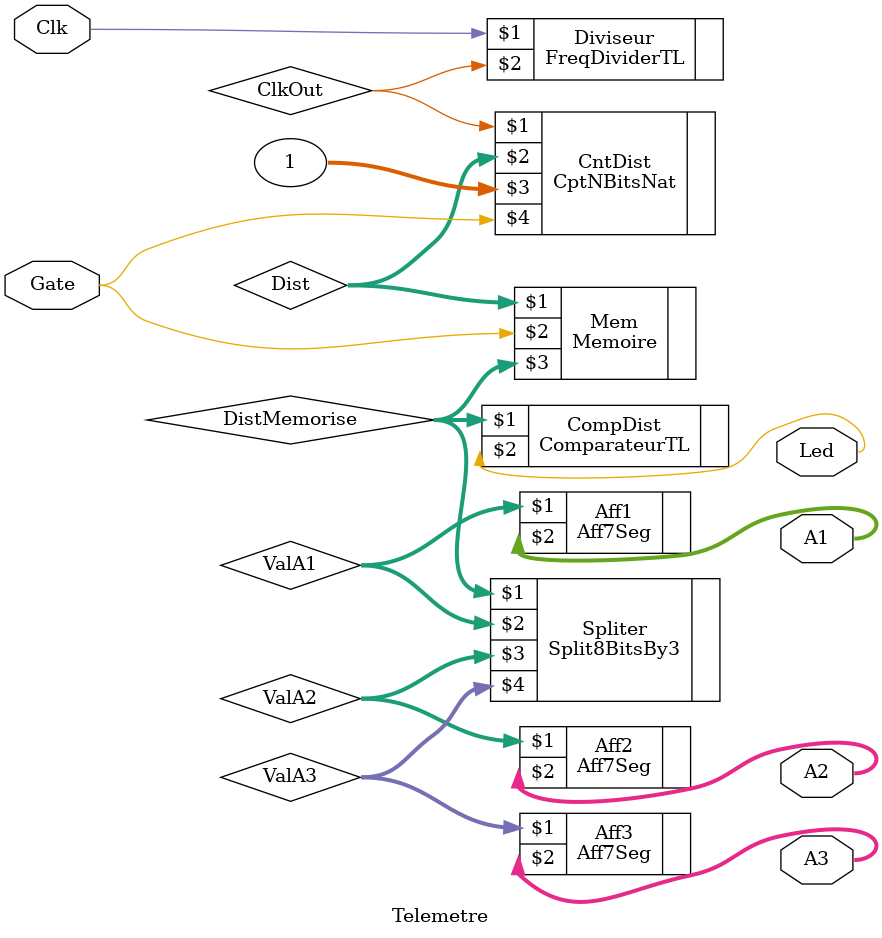
<source format=v>
module Telemetre(Clk, Gate, A1, A2, A3, Led);

input Clk, Gate;
output[6:0] A1, A2, A3;
output Led;

wire ClkOut;
wire [7:0] Dist, DistMemorise;
wire [3:0] ValA1, ValA2, ValA3;

FreqDividerTL #(7350, 3675, 1, 13) Diviseur(Clk, ClkOut) ;
CptNBitsNat #(8, 256, 0, 1, 0) CntDist(ClkOut, Dist, 1, Gate);
Memoire #(8, 0) Mem(Dist, Gate, DistMemorise);
ComparateurTL #(15, 8) CompDist(DistMemorise, Led);
Split8BitsBy3 Spliter(DistMemorise, ValA1, ValA2, ValA3);
Aff7Seg #(0) Aff1(ValA1, A1);
Aff7Seg #(0) Aff2(ValA2, A2);
Aff7Seg #(0) Aff3(ValA3, A3);


endmodule

</source>
